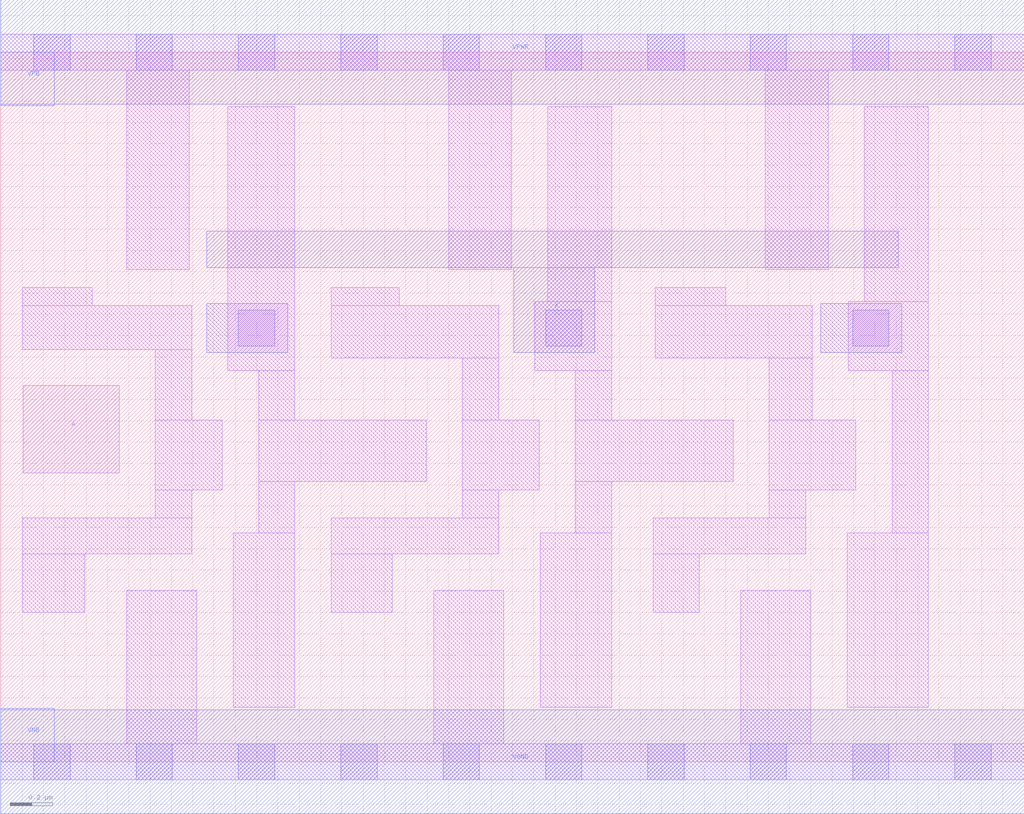
<source format=lef>
# Copyright 2020 The SkyWater PDK Authors
#
# Licensed under the Apache License, Version 2.0 (the "License");
# you may not use this file except in compliance with the License.
# You may obtain a copy of the License at
#
#     https://www.apache.org/licenses/LICENSE-2.0
#
# Unless required by applicable law or agreed to in writing, software
# distributed under the License is distributed on an "AS IS" BASIS,
# WITHOUT WARRANTIES OR CONDITIONS OF ANY KIND, either express or implied.
# See the License for the specific language governing permissions and
# limitations under the License.
#
# SPDX-License-Identifier: Apache-2.0

VERSION 5.5 ;
NAMESCASESENSITIVE ON ;
BUSBITCHARS "[]" ;
DIVIDERCHAR "/" ;
MACRO sky130_fd_sc_ms__dlymetal6s4s_1
  CLASS CORE ;
  SOURCE USER ;
  ORIGIN  0.000000  0.000000 ;
  SIZE  4.800000 BY  3.330000 ;
  SYMMETRY X Y ;
  SITE unit ;
  PIN A
    ANTENNAGATEAREA  0.126000 ;
    DIRECTION INPUT ;
    USE SIGNAL ;
    PORT
      LAYER li1 ;
        RECT 0.105000 1.355000 0.555000 1.765000 ;
    END
  END A
  PIN X
    ANTENNADIFFAREA  0.504100 ;
    ANTENNAPARTIALMETALSIDEAREA  0.280000 ;
    DIRECTION OUTPUT ;
    USE SIGNAL ;
    PORT
      LAYER met1 ;
        RECT 0.965000 2.320000 4.210000 2.490000 ;
        RECT 2.405000 1.920000 2.785000 2.320000 ;
    END
  END X
  PIN VGND
    DIRECTION INOUT ;
    USE GROUND ;
    PORT
      LAYER met1 ;
        RECT 0.000000 -0.245000 4.800000 0.245000 ;
    END
  END VGND
  PIN VNB
    DIRECTION INOUT ;
    USE GROUND ;
    PORT
      LAYER met1 ;
        RECT 0.000000 0.000000 0.250000 0.250000 ;
    END
  END VNB
  PIN VPB
    DIRECTION INOUT ;
    USE POWER ;
    PORT
      LAYER met1 ;
        RECT 0.000000 3.080000 0.250000 3.330000 ;
    END
  END VPB
  PIN VPWR
    DIRECTION INOUT ;
    USE POWER ;
    PORT
      LAYER met1 ;
        RECT 0.000000 3.085000 4.800000 3.575000 ;
    END
  END VPWR
  OBS
    LAYER li1 ;
      RECT 0.000000 -0.085000 4.800000 0.085000 ;
      RECT 0.000000  3.245000 4.800000 3.415000 ;
      RECT 0.100000  0.700000 0.395000 0.975000 ;
      RECT 0.100000  0.975000 0.895000 1.145000 ;
      RECT 0.100000  1.935000 0.895000 2.140000 ;
      RECT 0.100000  2.140000 0.430000 2.225000 ;
      RECT 0.590000  0.085000 0.920000 0.805000 ;
      RECT 0.590000  2.310000 0.885000 3.245000 ;
      RECT 0.725000  1.145000 0.895000 1.275000 ;
      RECT 0.725000  1.275000 1.040000 1.605000 ;
      RECT 0.725000  1.605000 0.895000 1.935000 ;
      RECT 1.065000  1.835000 1.380000 3.075000 ;
      RECT 1.090000  0.255000 1.380000 1.075000 ;
      RECT 1.210000  1.075000 1.380000 1.315000 ;
      RECT 1.210000  1.315000 1.995000 1.605000 ;
      RECT 1.210000  1.605000 1.380000 1.835000 ;
      RECT 1.550000  0.700000 1.835000 0.975000 ;
      RECT 1.550000  0.975000 2.335000 1.145000 ;
      RECT 1.550000  1.895000 2.335000 2.140000 ;
      RECT 1.550000  2.140000 1.870000 2.225000 ;
      RECT 2.030000  0.085000 2.360000 0.805000 ;
      RECT 2.100000  2.310000 2.395000 3.245000 ;
      RECT 2.165000  1.145000 2.335000 1.275000 ;
      RECT 2.165000  1.275000 2.525000 1.605000 ;
      RECT 2.165000  1.605000 2.335000 1.895000 ;
      RECT 2.505000  1.835000 2.865000 2.160000 ;
      RECT 2.530000  0.255000 2.865000 1.075000 ;
      RECT 2.565000  2.160000 2.865000 3.075000 ;
      RECT 2.695000  1.075000 2.865000 1.315000 ;
      RECT 2.695000  1.315000 3.435000 1.605000 ;
      RECT 2.695000  1.605000 2.865000 1.835000 ;
      RECT 3.060000  0.700000 3.275000 0.975000 ;
      RECT 3.060000  0.975000 3.775000 1.145000 ;
      RECT 3.070000  1.895000 3.805000 2.140000 ;
      RECT 3.070000  2.140000 3.400000 2.225000 ;
      RECT 3.470000  0.085000 3.800000 0.805000 ;
      RECT 3.585000  2.310000 3.880000 3.245000 ;
      RECT 3.605000  1.145000 3.775000 1.275000 ;
      RECT 3.605000  1.275000 4.010000 1.605000 ;
      RECT 3.605000  1.605000 3.805000 1.895000 ;
      RECT 3.970000  0.255000 4.350000 1.075000 ;
      RECT 3.975000  1.835000 4.350000 2.160000 ;
      RECT 4.050000  2.160000 4.350000 3.075000 ;
      RECT 4.180000  1.075000 4.350000 1.835000 ;
    LAYER mcon ;
      RECT 0.155000 -0.085000 0.325000 0.085000 ;
      RECT 0.155000  3.245000 0.325000 3.415000 ;
      RECT 0.635000 -0.085000 0.805000 0.085000 ;
      RECT 0.635000  3.245000 0.805000 3.415000 ;
      RECT 1.115000 -0.085000 1.285000 0.085000 ;
      RECT 1.115000  1.950000 1.285000 2.120000 ;
      RECT 1.115000  3.245000 1.285000 3.415000 ;
      RECT 1.595000 -0.085000 1.765000 0.085000 ;
      RECT 1.595000  3.245000 1.765000 3.415000 ;
      RECT 2.075000 -0.085000 2.245000 0.085000 ;
      RECT 2.075000  3.245000 2.245000 3.415000 ;
      RECT 2.555000 -0.085000 2.725000 0.085000 ;
      RECT 2.555000  1.950000 2.725000 2.120000 ;
      RECT 2.555000  3.245000 2.725000 3.415000 ;
      RECT 3.035000 -0.085000 3.205000 0.085000 ;
      RECT 3.035000  3.245000 3.205000 3.415000 ;
      RECT 3.515000 -0.085000 3.685000 0.085000 ;
      RECT 3.515000  3.245000 3.685000 3.415000 ;
      RECT 3.995000 -0.085000 4.165000 0.085000 ;
      RECT 3.995000  1.950000 4.165000 2.120000 ;
      RECT 3.995000  3.245000 4.165000 3.415000 ;
      RECT 4.475000 -0.085000 4.645000 0.085000 ;
      RECT 4.475000  3.245000 4.645000 3.415000 ;
    LAYER met1 ;
      RECT 0.965000 1.920000 1.345000 2.150000 ;
      RECT 3.845000 1.920000 4.225000 2.150000 ;
  END
END sky130_fd_sc_ms__dlymetal6s4s_1

</source>
